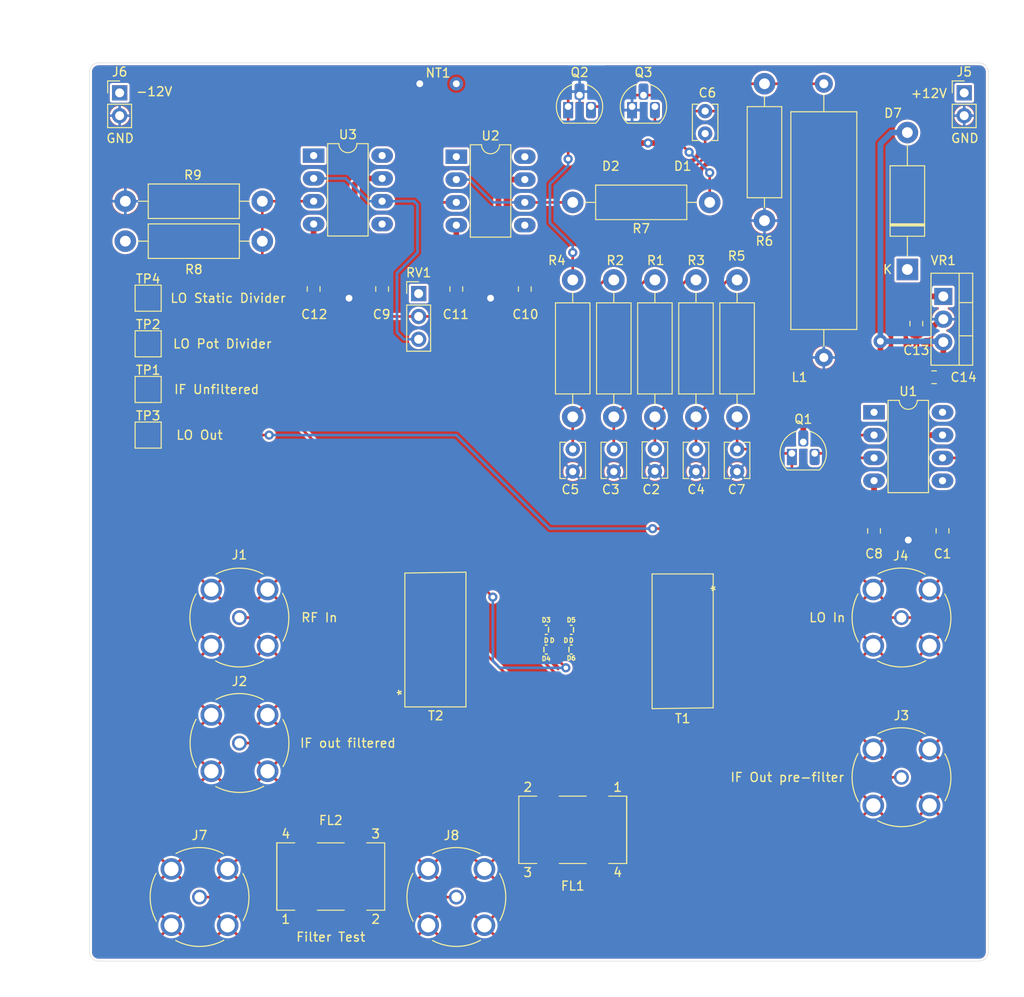
<source format=kicad_pcb>
(kicad_pcb (version 20171130) (host pcbnew "(5.1.9)-1")
  (layers (0 GNDA signal) (1 +12V signal) (2 -12V signal) (31 GND signal) (34 B.Paste user) (35 F.Paste user) (36 B.SilkS user) (37 F.SilkS user) (38 B.Mask user) (39 F.Mask user) (44 Edge.Cuts user))
  (net 0 "")
  (net 1 GND)
  (net 2 +12V)
  (net 3 "Net-(C2-Pad2)")
  (net 4 "Net-(C3-Pad2)")
  (net 5 "Net-(C4-Pad2)")
  (net 6 "Net-(C5-Pad2)")
  (net 7 "Net-(C6-Pad2)")
  (net 8 "Net-(C6-Pad1)")
  (net 9 "Net-(C7-Pad2)")
  (net 10 -12V)
  (net 11 "Net-(D3-Pad1)")
  (net 12 "Net-(D3-Pad2)")
  (net 13 "Net-(D4-Pad1)")
  (net 14 "Net-(D5-Pad2)")
  (net 15 GNDA)
  (net 16 "Net-(FL1-Pad2)")
  (net 17 /IF_UNFILT_OUT)
  (net 18 /RF_IN)
  (net 19 "Net-(J4-Pad1)")
  (net 20 "Net-(Q1-Pad3)")
  (net 21 +5V)
  (net 22 "Net-(Q2-Pad3)")
  (net 23 "Net-(R7-Pad2)")
  (net 24 "Net-(R8-Pad2)")
  (net 25 "Net-(RV1-Pad3)")
  (net 26 "Net-(RV1-Pad2)")
  (net 27 "Net-(T1-Pad2)")
  (net 28 "Net-(T2-Pad2)")
  (net 29 "Net-(U1-Pad8)")
  (net 30 "Net-(U1-Pad1)")
  (net 31 "Net-(U2-Pad8)")
  (net 32 "Net-(U2-Pad1)")
  (net 33 "Net-(U3-Pad8)")
  (net 34 "Net-(U3-Pad1)")
  (net 35 "Net-(U3-Pad5)")
  (net 36 "Net-(U1-Pad5)")
  (net 37 "Net-(U2-Pad5)")
  (net 38 "Net-(FL2-Pad2)")
  (net 39 "Net-(FL2-Pad1)")
  (module footprints:TE_5-1634503-1 (layer GNDA) (at 102.235 142.875)
    (fp_text reference J7 (at 0 -6.86609) (layer F.SilkS) (effects (font (size 1.016 1.016) (thickness 0.1524))))
    (fp_text value "Filter Test In")
    (pad 5 thru_hole circle (at -3.13 3.13) (size 2.4 2.4) (drill 1.6) (layers *.Cu *.Mask) (net 15 GNDA))
    (pad 4 thru_hole circle (at 3.13 3.13) (size 2.4 2.4) (drill 1.6) (layers *.Cu *.Mask) (net 15 GNDA))
    (pad 3 thru_hole circle (at 3.13 -3.13) (size 2.4 2.4) (drill 1.6) (layers *.Cu *.Mask) (net 15 GNDA))
    (pad 2 thru_hole circle (at -3.13 -3.13) (size 2.4 2.4) (drill 1.6) (layers *.Cu *.Mask) (net 15 GNDA))
    (pad 1 thru_hole circle (at 0 0) (size 1.65 1.65) (drill 1.1) (layers *.Cu *.Mask) (net 39 "Net-(FL2-Pad1)"))
  )
  (module footprints:TE_5-1634503-1 (layer GNDA) (at 130.81 142.875)
    (fp_text reference J8 (at -0.54063 -6.86609) (layer F.SilkS) (effects (font (size 1.016 1.016) (thickness 0.1524))))
    (fp_text value "Filter Test Out")
    (pad 5 thru_hole circle (at -3.13 3.13) (size 2.4 2.4) (drill 1.6) (layers *.Cu *.Mask) (net 15 GNDA))
    (pad 4 thru_hole circle (at 3.13 3.13) (size 2.4 2.4) (drill 1.6) (layers *.Cu *.Mask) (net 15 GNDA))
    (pad 3 thru_hole circle (at 3.13 -3.13) (size 2.4 2.4) (drill 1.6) (layers *.Cu *.Mask) (net 15 GNDA))
    (pad 2 thru_hole circle (at -3.13 -3.13) (size 2.4 2.4) (drill 1.6) (layers *.Cu *.Mask) (net 15 GNDA))
    (pad 1 thru_hole circle (at 0 0) (size 1.65 1.65) (drill 1.1) (layers *.Cu *.Mask) (net 38 "Net-(FL2-Pad2)"))
  )
  (module footprints:LTC455-W (layer GNDA) (at 116.84 140.335)
    (fp_text reference FL2 (at 0 -6) (layer F.SilkS))
    (fp_text value LTC455-W)
    (fp_text user 3 (at 5 -4.5) (layer F.SilkS))
    (fp_text user 4 (at -5 -4.5) (layer F.SilkS))
    (fp_text user 2 (at 5 5) (layer F.SilkS))
    (fp_text user 1 (at -5 5) (layer F.SilkS))
    (pad 4 smd rect (at -2.8 -3.5) (size 1.75 3) (layers GNDA F.Paste F.Mask) (net 15 GNDA))
    (pad 3 smd rect (at 2.7 -3.5) (size 1.75 3) (layers GNDA F.Paste F.Mask) (net 15 GNDA))
    (pad 2 smd rect (at 2.7 4) (size 1.75 3) (layers GNDA F.Paste F.Mask) (net 38 "Net-(FL2-Pad2)"))
    (pad 1 smd rect (at -2.8 4) (size 1.75 3) (layers GNDA F.Paste F.Mask) (net 39 "Net-(FL2-Pad1)"))
  )
  (module Package_TO_SOT_THT:TO-220-3_Vertical (layer GNDA) (at 185 76 270)
    (fp_text reference VR1 (at -4 0 180) (layer F.SilkS))
    (fp_text value L7805)
    (pad 3 thru_hole oval (at 5.08 0 270) (size 1.905 2) (drill 1.1) (layers *.Cu *.Mask) (net 21 +5V))
    (pad 2 thru_hole oval (at 2.54 0 270) (size 1.905 2) (drill 1.1) (layers *.Cu *.Mask) (net 1 GND))
    (pad 1 thru_hole rect (at 0 0 270) (size 1.905 2) (drill 1.1) (layers *.Cu *.Mask) (net 2 +12V))
  )
  (module Diode_THT:D_DO-15_P15.24mm_Horizontal (layer GNDA) (at 181 73 90)
    (fp_text reference D7 (at 17.4 -1.6 180) (layer F.SilkS))
    (fp_text value 1N4001)
    (fp_text user K (at 0 -2.2 180) (layer F.SilkS))
    (pad 2 thru_hole oval (at 15.24 0 90) (size 2.4 2.4) (drill 1.2) (layers *.Cu *.Mask) (net 21 +5V))
    (pad 1 thru_hole rect (at 0 0 90) (size 2.4 2.4) (drill 1.2) (layers *.Cu *.Mask) (net 2 +12V))
  )
  (module Capacitor_SMD:C_0805_2012Metric_Pad1.15x1.40mm_HandSolder (layer GNDA) (at 183.975 85 180)
    (fp_text reference C14 (at -3.275 0) (layer F.SilkS))
    (fp_text value 0.1uF)
    (pad 2 smd roundrect (at 1.025 0 180) (size 1.15 1.4) (layers GNDA F.Paste F.Mask) (roundrect_rratio 0.217391) (net 1 GND))
    (pad 1 smd roundrect (at -1.025 0 180) (size 1.15 1.4) (layers GNDA F.Paste F.Mask) (roundrect_rratio 0.217391) (net 21 +5V))
  )
  (module Capacitor_SMD:C_0805_2012Metric_Pad1.15x1.40mm_HandSolder (layer GNDA) (at 182 79.025 270)
    (fp_text reference C13 (at 2.975 0 180) (layer F.SilkS))
    (fp_text value 0.1uF)
    (pad 2 smd roundrect (at 1.025 0 270) (size 1.15 1.4) (layers GNDA F.Paste F.Mask) (roundrect_rratio 0.217391) (net 1 GND))
    (pad 1 smd roundrect (at -1.025 0 270) (size 1.15 1.4) (layers GNDA F.Paste F.Mask) (roundrect_rratio 0.217391) (net 2 +12V))
  )
  (module Connector_PinHeader_2.54mm:PinHeader_1x03_P2.54mm_Vertical (layer GNDA) (at 126.619 75.692)
    (fp_text reference RV1 (at 0 -2.33) (layer F.SilkS))
    (fp_text value 100k)
    (pad 3 thru_hole oval (at 0 5.08) (size 1.7 1.7) (drill 1) (layers *.Cu *.Mask) (net 25 "Net-(RV1-Pad3)"))
    (pad 2 thru_hole oval (at 0 2.54) (size 1.7 1.7) (drill 1) (layers *.Cu *.Mask) (net 26 "Net-(RV1-Pad2)"))
    (pad 1 thru_hole rect (at 0 0) (size 1.7 1.7) (drill 1) (layers *.Cu *.Mask) (net 10 -12V))
  )
  (module Connector_PinHeader_2.54mm:PinHeader_1x02_P2.54mm_Vertical (layer GNDA) (at 93.345 53.34)
    (fp_text reference J6 (at 0 -2.33) (layer F.SilkS))
    (fp_text value "-12V Input")
    (pad 2 thru_hole oval (at 0 2.54) (size 1.7 1.7) (drill 1) (layers *.Cu *.Mask) (net 1 GND))
    (pad 1 thru_hole rect (at 0 0) (size 1.7 1.7) (drill 1) (layers *.Cu *.Mask) (net 10 -12V))
  )
  (module Connector_PinHeader_2.54mm:PinHeader_1x02_P2.54mm_Vertical (layer GNDA) (at 187.325 53.34)
    (fp_text reference J5 (at 0 -2.33) (layer F.SilkS))
    (fp_text value "+12V Input")
    (pad 2 thru_hole oval (at 0 2.54) (size 1.7 1.7) (drill 1) (layers *.Cu *.Mask) (net 1 GND))
    (pad 1 thru_hole rect (at 0 0) (size 1.7 1.7) (drill 1) (layers *.Cu *.Mask) (net 2 +12V))
  )
  (module Package_DIP:DIP-8_W7.62mm_LongPads (layer GNDA) (at 114.935 60.325)
    (fp_text reference U3 (at 3.81 -2.33) (layer F.SilkS))
    (fp_text value AD711)
    (pad 8 thru_hole oval (at 7.62 0) (size 2.4 1.6) (drill 0.8) (layers *.Cu *.Mask) (net 33 "Net-(U3-Pad8)"))
    (pad 4 thru_hole oval (at 0 7.62) (size 2.4 1.6) (drill 0.8) (layers *.Cu *.Mask) (net 10 -12V))
    (pad 7 thru_hole oval (at 7.62 2.54) (size 2.4 1.6) (drill 0.8) (layers *.Cu *.Mask) (net 2 +12V))
    (pad 3 thru_hole oval (at 0 5.08) (size 2.4 1.6) (drill 0.8) (layers *.Cu *.Mask) (net 24 "Net-(R8-Pad2)"))
    (pad 6 thru_hole oval (at 7.62 5.08) (size 2.4 1.6) (drill 0.8) (layers *.Cu *.Mask) (net 25 "Net-(RV1-Pad3)"))
    (pad 2 thru_hole oval (at 0 2.54) (size 2.4 1.6) (drill 0.8) (layers *.Cu *.Mask) (net 25 "Net-(RV1-Pad3)"))
    (pad 5 thru_hole oval (at 7.62 7.62) (size 2.4 1.6) (drill 0.8) (layers *.Cu *.Mask) (net 35 "Net-(U3-Pad5)"))
    (pad 1 thru_hole rect (at 0 0) (size 2.4 1.6) (drill 0.8) (layers *.Cu *.Mask) (net 34 "Net-(U3-Pad1)"))
  )
  (module Package_DIP:DIP-8_W7.62mm_LongPads (layer GNDA) (at 130.81 60.452)
    (fp_text reference U2 (at 3.81 -2.33) (layer F.SilkS))
    (fp_text value AD711)
    (pad 8 thru_hole oval (at 7.62 0) (size 2.4 1.6) (drill 0.8) (layers *.Cu *.Mask) (net 31 "Net-(U2-Pad8)"))
    (pad 4 thru_hole oval (at 0 7.62) (size 2.4 1.6) (drill 0.8) (layers *.Cu *.Mask) (net 10 -12V))
    (pad 7 thru_hole oval (at 7.62 2.54) (size 2.4 1.6) (drill 0.8) (layers *.Cu *.Mask) (net 2 +12V))
    (pad 3 thru_hole oval (at 0 5.08) (size 2.4 1.6) (drill 0.8) (layers *.Cu *.Mask) (net 26 "Net-(RV1-Pad2)"))
    (pad 6 thru_hole oval (at 7.62 5.08) (size 2.4 1.6) (drill 0.8) (layers *.Cu *.Mask) (net 23 "Net-(R7-Pad2)"))
    (pad 2 thru_hole oval (at 0 2.54) (size 2.4 1.6) (drill 0.8) (layers *.Cu *.Mask) (net 23 "Net-(R7-Pad2)"))
    (pad 5 thru_hole oval (at 7.62 7.62) (size 2.4 1.6) (drill 0.8) (layers *.Cu *.Mask) (net 37 "Net-(U2-Pad5)"))
    (pad 1 thru_hole rect (at 0 0) (size 2.4 1.6) (drill 0.8) (layers *.Cu *.Mask) (net 32 "Net-(U2-Pad1)"))
  )
  (module Package_DIP:DIP-8_W7.62mm_LongPads (layer GNDA) (at 177.292 88.9)
    (fp_text reference U1 (at 3.81 -2.33) (layer F.SilkS))
    (fp_text value AD711)
    (pad 8 thru_hole oval (at 7.62 0) (size 2.4 1.6) (drill 0.8) (layers *.Cu *.Mask) (net 29 "Net-(U1-Pad8)"))
    (pad 4 thru_hole oval (at 0 7.62) (size 2.4 1.6) (drill 0.8) (layers *.Cu *.Mask) (net 10 -12V))
    (pad 7 thru_hole oval (at 7.62 2.54) (size 2.4 1.6) (drill 0.8) (layers *.Cu *.Mask) (net 2 +12V))
    (pad 3 thru_hole oval (at 0 5.08) (size 2.4 1.6) (drill 0.8) (layers *.Cu *.Mask) (net 9 "Net-(C7-Pad2)"))
    (pad 6 thru_hole oval (at 7.62 5.08) (size 2.4 1.6) (drill 0.8) (layers *.Cu *.Mask) (net 19 "Net-(J4-Pad1)"))
    (pad 2 thru_hole oval (at 0 2.54) (size 2.4 1.6) (drill 0.8) (layers *.Cu *.Mask) (net 20 "Net-(Q1-Pad3)"))
    (pad 5 thru_hole oval (at 7.62 7.62) (size 2.4 1.6) (drill 0.8) (layers *.Cu *.Mask) (net 36 "Net-(U1-Pad5)"))
    (pad 1 thru_hole rect (at 0 0) (size 2.4 1.6) (drill 0.8) (layers *.Cu *.Mask) (net 30 "Net-(U1-Pad1)"))
  )
  (module TestPoint:TestPoint_Pad_2.5x2.5mm (layer GNDA) (at 96.52 76.2)
    (fp_text reference TP4 (at 0 -2.148) (layer F.SilkS))
    (fp_text value TP_LO_Static_Divider)
    (pad 1 smd rect (at 0 0) (size 2.5 2.5) (layers GNDA F.Mask) (net 24 "Net-(R8-Pad2)"))
  )
  (module TestPoint:TestPoint_Pad_2.5x2.5mm (layer GNDA) (at 96.52 91.44)
    (fp_text reference TP3 (at 0 -2.148) (layer F.SilkS))
    (fp_text value TP_LO_Out)
    (pad 1 smd rect (at 0 0) (size 2.5 2.5) (layers GNDA F.Mask) (net 19 "Net-(J4-Pad1)"))
  )
  (module TestPoint:TestPoint_Pad_2.5x2.5mm (layer GNDA) (at 96.52 81.28)
    (fp_text reference TP2 (at 0 -2.148) (layer F.SilkS))
    (fp_text value TP_LO_Pot_Divider)
    (pad 1 smd rect (at 0 0) (size 2.5 2.5) (layers GNDA F.Mask) (net 26 "Net-(RV1-Pad2)"))
  )
  (module TestPoint:TestPoint_Pad_2.5x2.5mm (layer GNDA) (at 96.52 86.36)
    (fp_text reference TP1 (at 0 -2.148) (layer F.SilkS))
    (fp_text value TP_IF_Out)
    (pad 1 smd rect (at 0 0) (size 2.5 2.5) (layers GNDA F.Mask) (net 17 /IF_UNFILT_OUT))
  )
  (module footprints:SWB2010-1-SM (layer GNDA) (at 125.984 114.3 90)
    (fp_text reference T2 (at -8.382 2.54 180) (layer F.SilkS))
    (fp_text value SWB2010-1-SM)
    (fp_text user * (at -5.8 -1.2 90) (layer F.SilkS))
    (pad 5 smd rect (at 5.82 2.54 90) (size 2.6 0.75) (layers GNDA F.Paste F.Mask) (net 17 /IF_UNFILT_OUT))
    (pad 6 smd rect (at 5.82 5.08 90) (size 2.6 0.75) (layers GNDA F.Paste F.Mask) (net 13 "Net-(D4-Pad1)"))
    (pad 3 smd rect (at -5.825 5.08 90) (size 2.6 0.75) (layers GNDA F.Paste F.Mask) (net 15 GNDA))
    (pad 2 smd rect (at -5.825 2.54 90) (size 2.6 0.75) (layers GNDA F.Paste F.Mask) (net 28 "Net-(T2-Pad2)"))
    (pad 4 smd rect (at 5.825 0 90) (size 2.6 0.75) (layers GNDA F.Paste F.Mask) (net 12 "Net-(D3-Pad2)"))
    (pad 1 smd rect (at -5.825 0 90) (size 2.6 0.75) (layers GNDA F.Paste F.Mask) (net 18 /RF_IN))
  )
  (module footprints:SWB2010-1-SM (layer GNDA) (at 158.496 114.3 270)
    (fp_text reference T1 (at 8.7 2.496 180) (layer F.SilkS))
    (fp_text value SWB2010-1-SM)
    (fp_text user * (at -5.8 -1.2 90) (layer F.SilkS))
    (pad 5 smd rect (at 5.82 2.54 270) (size 2.6 0.75) (layers GNDA F.Paste F.Mask) (net 15 GNDA))
    (pad 6 smd rect (at 5.82 5.08 270) (size 2.6 0.75) (layers GNDA F.Paste F.Mask) (net 14 "Net-(D5-Pad2)"))
    (pad 3 smd rect (at -5.825 5.08 270) (size 2.6 0.75) (layers GNDA F.Paste F.Mask) (net 15 GNDA))
    (pad 2 smd rect (at -5.825 2.54 270) (size 2.6 0.75) (layers GNDA F.Paste F.Mask) (net 27 "Net-(T1-Pad2)"))
    (pad 4 smd rect (at 5.825 0 270) (size 2.6 0.75) (layers GNDA F.Paste F.Mask) (net 11 "Net-(D3-Pad1)"))
    (pad 1 smd rect (at -5.825 0 270) (size 2.6 0.75) (layers GNDA F.Paste F.Mask) (net 19 "Net-(J4-Pad1)"))
  )
  (module Resistor_THT:R_Axial_DIN0411_L9.9mm_D3.6mm_P15.24mm_Horizontal (layer GNDA) (at 109.22 65.405 180)
    (fp_text reference R9 (at 7.72 2.905) (layer F.SilkS))
    (fp_text value 3.4k)
    (pad 2 thru_hole oval (at 15.24 0 180) (size 2.4 2.4) (drill 1.2) (layers *.Cu *.Mask) (net 1 GND))
    (pad 1 thru_hole circle (at 0 0 180) (size 2.4 2.4) (drill 1.2) (layers *.Cu *.Mask) (net 24 "Net-(R8-Pad2)"))
  )
  (module Resistor_THT:R_Axial_DIN0411_L9.9mm_D3.6mm_P15.24mm_Horizontal (layer GNDA) (at 93.98 69.85)
    (fp_text reference R8 (at 7.62 3.15) (layer F.SilkS))
    (fp_text value 10.2k)
    (pad 2 thru_hole oval (at 15.24 0) (size 2.4 2.4) (drill 1.2) (layers *.Cu *.Mask) (net 24 "Net-(R8-Pad2)"))
    (pad 1 thru_hole circle (at 0 0) (size 2.4 2.4) (drill 1.2) (layers *.Cu *.Mask) (net 10 -12V))
  )
  (module Resistor_THT:R_Axial_DIN0411_L9.9mm_D3.6mm_P15.24mm_Horizontal (layer GNDA) (at 159.004 65.532 180)
    (fp_text reference R7 (at 7.62 -2.92) (layer F.SilkS))
    (fp_text value 2.2K)
    (pad 2 thru_hole oval (at 15.24 0 180) (size 2.4 2.4) (drill 1.2) (layers *.Cu *.Mask) (net 23 "Net-(R7-Pad2)"))
    (pad 1 thru_hole circle (at 0 0 180) (size 2.4 2.4) (drill 1.2) (layers *.Cu *.Mask) (net 22 "Net-(Q2-Pad3)"))
  )
  (module Resistor_THT:R_Axial_DIN0411_L9.9mm_D3.6mm_P15.24mm_Horizontal (layer GNDA) (at 165.1 52.324 270)
    (fp_text reference R6 (at 17.526 0 180) (layer F.SilkS))
    (fp_text value 4.7K)
    (pad 2 thru_hole oval (at 15.24 0 270) (size 2.4 2.4) (drill 1.2) (layers *.Cu *.Mask) (net 1 GND))
    (pad 1 thru_hole circle (at 0 0 270) (size 2.4 2.4) (drill 1.2) (layers *.Cu *.Mask) (net 8 "Net-(C6-Pad1)"))
  )
  (module Resistor_THT:R_Axial_DIN0411_L9.9mm_D3.6mm_P15.24mm_Horizontal (layer GNDA) (at 162.052 89.408 90)
    (fp_text reference R5 (at 17.908 -0.052 180) (layer F.SilkS))
    (fp_text value 4.7K)
    (pad 2 thru_hole oval (at 15.24 0 90) (size 2.4 2.4) (drill 1.2) (layers *.Cu *.Mask) (net 5 "Net-(C4-Pad2)"))
    (pad 1 thru_hole circle (at 0 0 90) (size 2.4 2.4) (drill 1.2) (layers *.Cu *.Mask) (net 9 "Net-(C7-Pad2)"))
  )
  (module Resistor_THT:R_Axial_DIN0411_L9.9mm_D3.6mm_P15.24mm_Horizontal (layer GNDA) (at 143.764 89.408 90)
    (fp_text reference R4 (at 17.408 -1.764 180) (layer F.SilkS))
    (fp_text value 4.7K)
    (pad 2 thru_hole oval (at 15.24 0 90) (size 2.4 2.4) (drill 1.2) (layers *.Cu *.Mask) (net 8 "Net-(C6-Pad1)"))
    (pad 1 thru_hole circle (at 0 0 90) (size 2.4 2.4) (drill 1.2) (layers *.Cu *.Mask) (net 6 "Net-(C5-Pad2)"))
  )
  (module Resistor_THT:R_Axial_DIN0411_L9.9mm_D3.6mm_P15.24mm_Horizontal (layer GNDA) (at 157.48 89.408 90)
    (fp_text reference R3 (at 17.408 0.02 180) (layer F.SilkS))
    (fp_text value 4.7K)
    (pad 2 thru_hole oval (at 15.24 0 90) (size 2.4 2.4) (drill 1.2) (layers *.Cu *.Mask) (net 3 "Net-(C2-Pad2)"))
    (pad 1 thru_hole circle (at 0 0 90) (size 2.4 2.4) (drill 1.2) (layers *.Cu *.Mask) (net 5 "Net-(C4-Pad2)"))
  )
  (module Resistor_THT:R_Axial_DIN0411_L9.9mm_D3.6mm_P15.24mm_Horizontal (layer GNDA) (at 148.336 89.408 90)
    (fp_text reference R2 (at 17.408 0.164 180) (layer F.SilkS))
    (fp_text value 4.7K)
    (pad 2 thru_hole oval (at 15.24 0 90) (size 2.4 2.4) (drill 1.2) (layers *.Cu *.Mask) (net 6 "Net-(C5-Pad2)"))
    (pad 1 thru_hole circle (at 0 0 90) (size 2.4 2.4) (drill 1.2) (layers *.Cu *.Mask) (net 4 "Net-(C3-Pad2)"))
  )
  (module Resistor_THT:R_Axial_DIN0411_L9.9mm_D3.6mm_P15.24mm_Horizontal (layer GNDA) (at 152.908 89.408 90)
    (fp_text reference R1 (at 17.408 0.092 180) (layer F.SilkS))
    (fp_text value 4.7K)
    (pad 2 thru_hole oval (at 15.24 0 90) (size 2.4 2.4) (drill 1.2) (layers *.Cu *.Mask) (net 4 "Net-(C3-Pad2)"))
    (pad 1 thru_hole circle (at 0 0 90) (size 2.4 2.4) (drill 1.2) (layers *.Cu *.Mask) (net 3 "Net-(C2-Pad2)"))
  )
  (module Package_TO_SOT_THT:TO-92L_HandSolder (layer GNDA) (at 150.368 54.864)
    (fp_text reference Q3 (at 1.27 -3.8) (layer F.SilkS))
    (fp_text value 2N2222)
    (pad 1 thru_hole rect (at 0 0) (size 1.1 1.8) (drill 0.75 (offset 0 0.4)) (layers *.Cu *.Mask) (net 1 GND))
    (pad 3 thru_hole roundrect (at 2.54 0) (size 1.1 1.8) (drill 0.75 (offset 0 0.4)) (layers *.Cu *.Mask) (net 22 "Net-(Q2-Pad3)"))
    (pad 2 thru_hole roundrect (at 1.27 -1.27) (size 1.1 1.8) (drill 0.75 (offset 0 -0.4)) (layers *.Cu *.Mask) (net 8 "Net-(C6-Pad1)"))
  )
  (module Package_TO_SOT_THT:TO-92L_HandSolder (layer GNDA) (at 143.256 54.864)
    (fp_text reference Q2 (at 1.27 -3.8) (layer F.SilkS))
    (fp_text value 2N2222)
    (pad 1 thru_hole rect (at 0 0) (size 1.1 1.8) (drill 0.75 (offset 0 0.4)) (layers *.Cu *.Mask) (net 8 "Net-(C6-Pad1)"))
    (pad 3 thru_hole roundrect (at 2.54 0) (size 1.1 1.8) (drill 0.75 (offset 0 0.4)) (layers *.Cu *.Mask) (net 22 "Net-(Q2-Pad3)"))
    (pad 2 thru_hole roundrect (at 1.27 -1.27) (size 1.1 1.8) (drill 0.75 (offset 0 -0.4)) (layers *.Cu *.Mask) (net 1 GND))
  )
  (module Package_TO_SOT_THT:TO-92L_HandSolder (layer GNDA) (at 168.148 93.472)
    (fp_text reference Q1 (at 1.27 -3.8) (layer F.SilkS))
    (fp_text value 2N2222)
    (pad 1 thru_hole rect (at 0 0) (size 1.1 1.8) (drill 0.75 (offset 0 0.4)) (layers *.Cu *.Mask) (net 9 "Net-(C7-Pad2)"))
    (pad 3 thru_hole roundrect (at 2.54 0) (size 1.1 1.8) (drill 0.75 (offset 0 0.4)) (layers *.Cu *.Mask) (net 20 "Net-(Q1-Pad3)"))
    (pad 2 thru_hole roundrect (at 1.27 -1.27) (size 1.1 1.8) (drill 0.75 (offset 0 -0.4)) (layers *.Cu *.Mask) (net 21 +5V))
  )
  (module NetTie:NetTie-2_SMD_Pad0.5mm (layer GNDA) (at 128.778 52.324)
    (fp_text reference NT1 (at 0 -1.2) (layer F.SilkS))
    (fp_text value Net-Tie_2)
    (fp_poly (pts (xy -0.5 -0.25) (xy 0.5 -0.25) (xy 0.5 0.25) (xy -0.5 0.25)) (layer GNDA) (width 0))
    (pad 2 smd circle (at 0.5 0) (size 0.5 0.5) (layers GNDA) (net 15 GNDA))
    (pad 1 smd circle (at -0.5 0) (size 0.5 0.5) (layers GNDA) (net 1 GND))
  )
  (module Inductor_THT:L_Axial_L24.0mm_D7.1mm_P30.48mm_Horizontal_Vishay_IM-10-28 (layer GNDA) (at 171.704 52.324 270)
    (fp_text reference L1 (at 32.676 2.704 180) (layer F.SilkS))
    (fp_text value 24uH)
    (pad 2 thru_hole oval (at 30.48 0 270) (size 2 2) (drill 1) (layers *.Cu *.Mask) (net 1 GND))
    (pad 1 thru_hole circle (at 0 0 270) (size 2 2) (drill 1) (layers *.Cu *.Mask) (net 8 "Net-(C6-Pad1)"))
  )
  (module footprints:TE_5-1634503-1 (layer GNDA) (at 180.34 111.76)
    (fp_text reference J4 (at -0.07 -6.86609) (layer F.SilkS))
    (fp_text value LO_IN)
    (pad 5 thru_hole circle (at -3.13 3.13) (size 2.4 2.4) (drill 1.6) (layers *.Cu *.Mask) (net 15 GNDA))
    (pad 4 thru_hole circle (at 3.13 3.13) (size 2.4 2.4) (drill 1.6) (layers *.Cu *.Mask) (net 15 GNDA))
    (pad 3 thru_hole circle (at 3.13 -3.13) (size 2.4 2.4) (drill 1.6) (layers *.Cu *.Mask) (net 15 GNDA))
    (pad 2 thru_hole circle (at -3.13 -3.13) (size 2.4 2.4) (drill 1.6) (layers *.Cu *.Mask) (net 15 GNDA))
    (pad 1 thru_hole circle (at 0 0) (size 1.65 1.65) (drill 1.1) (layers *.Cu *.Mask) (net 19 "Net-(J4-Pad1)"))
  )
  (module footprints:TE_5-1634503-1 (layer GNDA) (at 180.34 129.54)
    (fp_text reference J3 (at 0 -6.86609) (layer F.SilkS) (effects (font (thickness 0.1524))))
    (fp_text value IF_PREFILT_OUT)
    (pad 5 thru_hole circle (at -3.13 3.13) (size 2.4 2.4) (drill 1.6) (layers *.Cu *.Mask) (net 15 GNDA))
    (pad 4 thru_hole circle (at 3.13 3.13) (size 2.4 2.4) (drill 1.6) (layers *.Cu *.Mask) (net 15 GNDA))
    (pad 3 thru_hole circle (at 3.13 -3.13) (size 2.4 2.4) (drill 1.6) (layers *.Cu *.Mask) (net 15 GNDA))
    (pad 2 thru_hole circle (at -3.13 -3.13) (size 2.4 2.4) (drill 1.6) (layers *.Cu *.Mask) (net 15 GNDA))
    (pad 1 thru_hole circle (at 0 0) (size 1.65 1.65) (drill 1.1) (layers *.Cu *.Mask) (net 17 /IF_UNFILT_OUT))
  )
  (module footprints:TE_5-1634503-1 (layer GNDA) (at 106.68 125.73)
    (fp_text reference J2 (at 0 -6.86609) (layer F.SilkS))
    (fp_text value IF_FILT_OUT)
    (pad 5 thru_hole circle (at -3.13 3.13) (size 2.4 2.4) (drill 1.6) (layers *.Cu *.Mask) (net 15 GNDA))
    (pad 4 thru_hole circle (at 3.13 3.13) (size 2.4 2.4) (drill 1.6) (layers *.Cu *.Mask) (net 15 GNDA))
    (pad 3 thru_hole circle (at 3.13 -3.13) (size 2.4 2.4) (drill 1.6) (layers *.Cu *.Mask) (net 15 GNDA))
    (pad 2 thru_hole circle (at -3.13 -3.13) (size 2.4 2.4) (drill 1.6) (layers *.Cu *.Mask) (net 15 GNDA))
    (pad 1 thru_hole circle (at 0 0) (size 1.65 1.65) (drill 1.1) (layers *.Cu *.Mask) (net 16 "Net-(FL1-Pad2)"))
  )
  (module footprints:TE_5-1634503-1 (layer GNDA) (at 106.68 111.76 90)
    (fp_text reference J1 (at 6.985 0 180) (layer F.SilkS))
    (fp_text value RF_IN)
    (pad 5 thru_hole circle (at -3.13 3.13 90) (size 2.4 2.4) (drill 1.6) (layers *.Cu *.Mask) (net 15 GNDA))
    (pad 4 thru_hole circle (at 3.13 3.13 90) (size 2.4 2.4) (drill 1.6) (layers *.Cu *.Mask) (net 15 GNDA))
    (pad 3 thru_hole circle (at 3.13 -3.13 90) (size 2.4 2.4) (drill 1.6) (layers *.Cu *.Mask) (net 15 GNDA))
    (pad 2 thru_hole circle (at -3.13 -3.13 90) (size 2.4 2.4) (drill 1.6) (layers *.Cu *.Mask) (net 15 GNDA))
    (pad 1 thru_hole circle (at 0 0 90) (size 1.65 1.65) (drill 1.1) (layers *.Cu *.Mask) (net 18 /RF_IN))
  )
  (module footprints:LTC455-W (layer GNDA) (at 143.764 135.636 180)
    (fp_text reference FL1 (at 0 -6) (layer F.SilkS))
    (fp_text value LTC455-W)
    (fp_text user 3 (at 5 -4.5) (layer F.SilkS))
    (fp_text user 4 (at -5 -4.5) (layer F.SilkS))
    (fp_text user 2 (at 5 5) (layer F.SilkS))
    (fp_text user 1 (at -5 5) (layer F.SilkS))
    (pad 4 smd rect (at -2.8 -3.5 180) (size 1.75 3) (layers GNDA F.Paste F.Mask) (net 15 GNDA))
    (pad 3 smd rect (at 2.7 -3.5 180) (size 1.75 3) (layers GNDA F.Paste F.Mask) (net 15 GNDA))
    (pad 2 smd rect (at 2.7 4 180) (size 1.75 3) (layers GNDA F.Paste F.Mask) (net 16 "Net-(FL1-Pad2)"))
    (pad 1 smd rect (at -2.8 4 180) (size 1.75 3) (layers GNDA F.Paste F.Mask) (net 17 /IF_UNFILT_OUT))
  )
  (module footprints:_SC79 (layer GNDA) (at 143.597 115.316 180)
    (fp_text reference D6 (at 0 -0.958) (layer F.SilkS) (effects (font (size 0.5 0.5) (thickness 0.125))))
    (fp_text value D (at 0.595 1.016) (layer F.SilkS) (effects (font (size 0.5 0.5) (thickness 0.125))))
    (pad 1 smd rect (at -0.675 0 180) (size 0.35 0.35) (layers GNDA F.Paste F.Mask) (net 14 "Net-(D5-Pad2)"))
    (pad 2 smd rect (at 0.675 0 180) (size 0.35 0.35) (layers GNDA F.Paste F.Mask) (net 13 "Net-(D4-Pad1)"))
  )
  (module footprints:_SC79 (layer GNDA) (at 143.597 113.123)
    (fp_text reference D5 (at 0 -1.094) (layer F.SilkS) (effects (font (size 0.5 0.5) (thickness 0.125))))
    (fp_text value D (at 0 1.177) (layer F.SilkS) (effects (font (size 0.5 0.5) (thickness 0.125))))
    (pad 1 smd rect (at -0.675 0) (size 0.35 0.35) (layers GNDA F.Paste F.Mask) (net 12 "Net-(D3-Pad2)"))
    (pad 2 smd rect (at 0.675 0) (size 0.35 0.35) (layers GNDA F.Paste F.Mask) (net 14 "Net-(D5-Pad2)"))
  )
  (module footprints:_SC79 (layer GNDA) (at 140.813999 115.316 180)
    (fp_text reference D4 (at 0 -1.016) (layer F.SilkS) (effects (font (size 0.5 0.5) (thickness 0.125))))
    (fp_text value D (at 0 1.016) (layer F.SilkS) (effects (font (size 0.5 0.5) (thickness 0.125))))
    (pad 1 smd rect (at -0.675 0 180) (size 0.35 0.35) (layers GNDA F.Paste F.Mask) (net 13 "Net-(D4-Pad1)"))
    (pad 2 smd rect (at 0.675 0 180) (size 0.35 0.35) (layers GNDA F.Paste F.Mask) (net 11 "Net-(D3-Pad1)"))
  )
  (module footprints:_SC79 (layer GNDA) (at 140.813999 113.123)
    (fp_text reference D3 (at 0 -1.094) (layer F.SilkS) (effects (font (size 0.5 0.5) (thickness 0.125))))
    (fp_text value D (at 0.664001 1.177) (layer F.SilkS) (effects (font (size 0.5 0.5) (thickness 0.125))))
    (pad 1 smd rect (at -0.675 0) (size 0.35 0.35) (layers GNDA F.Paste F.Mask) (net 11 "Net-(D3-Pad1)"))
    (pad 2 smd rect (at 0.675 0) (size 0.35 0.35) (layers GNDA F.Paste F.Mask) (net 12 "Net-(D3-Pad2)"))
  )
  (module Capacitor_SMD:C_0402_1005Metric (layer GNDA) (at 149.86 60.96 270)
    (fp_text reference D2 (at 0.54 1.86 180) (layer F.SilkS))
    (fp_text value MV2201)
    (pad 2 smd roundrect (at 0.485 0 270) (size 0.59 0.64) (layers GNDA F.Paste F.Mask) (net 7 "Net-(C6-Pad2)"))
    (pad 1 smd roundrect (at -0.485 0 270) (size 0.59 0.64) (layers GNDA F.Paste F.Mask) (net 2 +12V))
  )
  (module Capacitor_SMD:C_0402_1005Metric (layer GNDA) (at 154.432 60.96 270)
    (fp_text reference D1 (at 0.54 -1.568 180) (layer F.SilkS))
    (fp_text value MV2201)
    (pad 2 smd roundrect (at 0.485 0 270) (size 0.59 0.64) (layers GNDA F.Paste F.Mask) (net 7 "Net-(C6-Pad2)"))
    (pad 1 smd roundrect (at -0.485 0 270) (size 0.59 0.64) (layers GNDA F.Paste F.Mask) (net 2 +12V))
  )
  (module Capacitor_SMD:C_0805_2012Metric_Pad1.15x1.40mm_HandSolder (layer GNDA) (at 114.935 75.175 270)
    (fp_text reference C12 (at 2.825 -0.065 180) (layer F.SilkS))
    (fp_text value 0.1uF)
    (pad 2 smd roundrect (at 1.025 0 270) (size 1.15 1.4) (layers GNDA F.Paste F.Mask) (roundrect_rratio 0.217391) (net 1 GND))
    (pad 1 smd roundrect (at -1.025 0 270) (size 1.15 1.4) (layers GNDA F.Paste F.Mask) (roundrect_rratio 0.217391) (net 10 -12V))
  )
  (module Capacitor_SMD:C_0805_2012Metric_Pad1.15x1.40mm_HandSolder (layer GNDA) (at 130.81 75.175 270)
    (fp_text reference C11 (at 2.825 0.06 180) (layer F.SilkS))
    (fp_text value 0.1uF)
    (pad 2 smd roundrect (at 1.025 0 270) (size 1.15 1.4) (layers GNDA F.Paste F.Mask) (roundrect_rratio 0.217391) (net 1 GND))
    (pad 1 smd roundrect (at -1.025 0 270) (size 1.15 1.4) (layers GNDA F.Paste F.Mask) (roundrect_rratio 0.217391) (net 10 -12V))
  )
  (module Capacitor_SMD:C_0805_2012Metric_Pad1.15x1.40mm_HandSolder (layer GNDA) (at 138.43 75.175 270)
    (fp_text reference C10 (at 2.825 -0.07 180) (layer F.SilkS))
    (fp_text value 0.1uF)
    (pad 2 smd roundrect (at 1.025 0 270) (size 1.15 1.4) (layers GNDA F.Paste F.Mask) (roundrect_rratio 0.217391) (net 1 GND))
    (pad 1 smd roundrect (at -1.025 0 270) (size 1.15 1.4) (layers GNDA F.Paste F.Mask) (roundrect_rratio 0.217391) (net 2 +12V))
  )
  (module Capacitor_SMD:C_0805_2012Metric_Pad1.15x1.40mm_HandSolder (layer GNDA) (at 122.555 75.175 270)
    (fp_text reference C9 (at 2.825 0.055 180) (layer F.SilkS))
    (fp_text value 0.1uF)
    (pad 2 smd roundrect (at 1.025 0 270) (size 1.15 1.4) (layers GNDA F.Paste F.Mask) (roundrect_rratio 0.217391) (net 1 GND))
    (pad 1 smd roundrect (at -1.025 0 270) (size 1.15 1.4) (layers GNDA F.Paste F.Mask) (roundrect_rratio 0.217391) (net 2 +12V))
  )
  (module Capacitor_SMD:C_0805_2012Metric_Pad1.15x1.40mm_HandSolder (layer GNDA) (at 177.292 102.108 270)
    (fp_text reference C8 (at 2.54 0 180) (layer F.SilkS))
    (fp_text value 0.1uF)
    (pad 2 smd roundrect (at 1.025 0 270) (size 1.15 1.4) (layers GNDA F.Paste F.Mask) (roundrect_rratio 0.217391) (net 1 GND))
    (pad 1 smd roundrect (at -1.025 0 270) (size 1.15 1.4) (layers GNDA F.Paste F.Mask) (roundrect_rratio 0.217391) (net 10 -12V))
  )
  (module Capacitor_THT:C_Disc_D3.8mm_W2.6mm_P2.50mm (layer GNDA) (at 162.052 95.504 90)
    (fp_text reference C7 (at -1.996 -0.052 180) (layer F.SilkS))
    (fp_text value 10pF)
    (pad 2 thru_hole circle (at 2.5 0 90) (size 1.6 1.6) (drill 0.8) (layers *.Cu *.Mask) (net 9 "Net-(C7-Pad2)"))
    (pad 1 thru_hole circle (at 0 0 90) (size 1.6 1.6) (drill 0.8) (layers *.Cu *.Mask) (net 1 GND))
  )
  (module Capacitor_THT:C_Disc_D3.8mm_W2.6mm_P2.50mm (layer GNDA) (at 158.496 55.372 270)
    (fp_text reference C6 (at -2.032 -0.254 180) (layer F.SilkS))
    (fp_text value 1nF)
    (pad 2 thru_hole circle (at 2.5 0 270) (size 1.6 1.6) (drill 0.8) (layers *.Cu *.Mask) (net 7 "Net-(C6-Pad2)"))
    (pad 1 thru_hole circle (at 0 0 270) (size 1.6 1.6) (drill 0.8) (layers *.Cu *.Mask) (net 8 "Net-(C6-Pad1)"))
  )
  (module Capacitor_THT:C_Disc_D3.8mm_W2.6mm_P2.50mm (layer GNDA) (at 143.764 95.504 90)
    (fp_text reference C5 (at -1.996 -0.264 180) (layer F.SilkS))
    (fp_text value 10pF)
    (pad 2 thru_hole circle (at 2.5 0 90) (size 1.6 1.6) (drill 0.8) (layers *.Cu *.Mask) (net 6 "Net-(C5-Pad2)"))
    (pad 1 thru_hole circle (at 0 0 90) (size 1.6 1.6) (drill 0.8) (layers *.Cu *.Mask) (net 1 GND))
  )
  (module Capacitor_THT:C_Disc_D3.8mm_W2.6mm_P2.50mm (layer GNDA) (at 157.48 95.504 90)
    (fp_text reference C4 (at -1.996 0.02 180) (layer F.SilkS))
    (fp_text value 10pF)
    (pad 2 thru_hole circle (at 2.5 0 90) (size 1.6 1.6) (drill 0.8) (layers *.Cu *.Mask) (net 5 "Net-(C4-Pad2)"))
    (pad 1 thru_hole circle (at 0 0 90) (size 1.6 1.6) (drill 0.8) (layers *.Cu *.Mask) (net 1 GND))
  )
  (module Capacitor_THT:C_Disc_D3.8mm_W2.6mm_P2.50mm (layer GNDA) (at 148.336 95.504 90)
    (fp_text reference C3 (at -1.996 -0.336 180) (layer F.SilkS))
    (fp_text value 10pF)
    (pad 2 thru_hole circle (at 2.5 0 90) (size 1.6 1.6) (drill 0.8) (layers *.Cu *.Mask) (net 4 "Net-(C3-Pad2)"))
    (pad 1 thru_hole circle (at 0 0 90) (size 1.6 1.6) (drill 0.8) (layers *.Cu *.Mask) (net 1 GND))
  )
  (module Capacitor_THT:C_Disc_D3.8mm_W2.6mm_P2.50mm (layer GNDA) (at 152.908 95.464 90)
    (fp_text reference C2 (at -2.036 -0.408 180) (layer F.SilkS))
    (fp_text value 10pF)
    (pad 2 thru_hole circle (at 2.5 0 90) (size 1.6 1.6) (drill 0.8) (layers *.Cu *.Mask) (net 3 "Net-(C2-Pad2)"))
    (pad 1 thru_hole circle (at 0 0 90) (size 1.6 1.6) (drill 0.8) (layers *.Cu *.Mask) (net 1 GND))
  )
  (module Capacitor_SMD:C_0805_2012Metric_Pad1.15x1.40mm_HandSolder (layer GNDA) (at 184.912 102.099 270)
    (fp_text reference C1 (at 2.549 0 180) (layer F.SilkS))
    (fp_text value 0.1uF)
    (pad 2 smd roundrect (at 1.025 0 270) (size 1.15 1.4) (layers GNDA F.Paste F.Mask) (roundrect_rratio 0.217391) (net 1 GND))
    (pad 1 smd roundrect (at -1.025 0 270) (size 1.15 1.4) (layers GNDA F.Paste F.Mask) (roundrect_rratio 0.217391) (net 2 +12V))
  )
  (gr_text "Filter Test" (at 116.84 147.32) (layer F.SilkS) (effects (font (size 1 1))))
  (gr_text "RF In" (at 115.57 111.76) (layer F.SilkS) (effects (font (size 1 1))))
  (gr_text "IF out filtered" (at 118.745 125.73) (layer F.SilkS) (effects (font (size 1 1))))
  (gr_text "IF Out pre-filter" (at 167.64 129.54) (layer F.SilkS) (effects (font (size 1 1))))
  (gr_text "LO In" (at 172.085 111.76) (layer F.SilkS) (effects (font (size 1 1))))
  (gr_text "LO Out" (at 102.235 91.44) (layer F.SilkS) (effects (font (size 1 1))))
  (gr_text "IF Unfiltered" (at 104.14 86.36) (layer F.SilkS) (effects (font (size 1 1))))
  (gr_text "LO Pot Divider" (at 104.775 81.28) (layer F.SilkS) (effects (font (size 1 1))))
  (gr_text "LO Static Divider" (at 105.41 76.2) (layer F.SilkS) (effects (font (size 1 1))))
  (gr_text -12V (at 97.2 53.2) (layer F.SilkS) (effects (font (size 1 1))))
  (gr_text GND (at 93.4 58.4) (layer F.SilkS) (effects (font (size 1 1))))
  (gr_text GND (at 187.4 58.4) (layer F.SilkS) (effects (font (size 1 1))))
  (gr_text +12V (at 183.4 53.4) (layer F.SilkS) (effects (font (size 1 1))))
  (gr_arc (start 189 51) (end 190 51) (angle -90) (layer Edge.Cuts) (width 0.05))
  (gr_arc (start 189 149) (end 189 150) (angle -90) (layer Edge.Cuts) (width 0.05))
  (gr_arc (start 91 149) (end 90 149) (angle -90) (layer Edge.Cuts) (width 0.05))
  (gr_arc (start 91 51) (end 91 50) (angle -90) (layer Edge.Cuts) (width 0.05))
  (gr_line (start 90 149) (end 90 51) (layer Edge.Cuts) (width 0.05))
  (gr_line (start 189 150) (end 91 150) (layer Edge.Cuts) (width 0.05))
  (gr_line (start 190 51) (end 190 149) (layer Edge.Cuts) (width 0.05))
  (gr_line (start 91 50) (end 189 50) (layer Edge.Cuts) (width 0.05))
  (segment (start 114.935 76.2) (end 118.872 76.2) (width 0.635) (layer GNDA) (net 1))
  (segment (start 130.81 76.2) (end 134.62 76.2) (width 0.635) (layer GNDA) (net 1))
  (segment (start 134.62 76.2) (end 138.43 76.2) (width 0.635) (layer GNDA) (net 1))
  (via (at 134.62 76.2) (size 1.524) (drill 0.762) (layers GNDA GND) (net 1))
  (segment (start 118.872 76.2) (end 122.555 76.2) (width 0.635) (layer GNDA) (net 1))
  (via (at 118.872 76.2) (size 1.524) (drill 0.762) (layers GNDA GND) (net 1))
  (segment (start 177.301 103.124) (end 177.292 103.133) (width 0.635) (layer GNDA) (net 1))
  (segment (start 184.912 103.124) (end 181.102 103.124) (width 0.635) (layer GNDA) (net 1))
  (segment (start 181.102 103.124) (end 177.301 103.124) (width 0.635) (layer GNDA) (net 1))
  (via (at 181.102 103.124) (size 1.524) (drill 0.762) (layers GNDA GND) (net 1))
  (segment (start 128.278 52.324) (end 126.746 52.324) (width 0.635) (layer GNDA) (net 1))
  (via (at 126.746 52.324) (size 1.524) (drill 0.762) (layers GNDA GND) (net 1))
  (segment (start 182.95 85) (end 182.95 82.7) (width 0.635) (layer GNDA) (net 1))
  (segment (start 182 81.75) (end 182 80.05) (width 0.635) (layer GNDA) (net 1))
  (segment (start 182.95 82.7) (end 182 81.75) (width 0.635) (layer GNDA) (net 1))
  (segment (start 184.71 78.54) (end 185 78.54) (width 0.635) (layer GNDA) (net 1))
  (segment (start 182 80.05) (end 183.2 80.05) (width 0.635) (layer GNDA) (net 1))
  (segment (start 183.2 80.05) (end 184.71 78.54) (width 0.635) (layer GNDA) (net 1))
  (segment (start 154.432 60.475) (end 154.432 59.436) (width 0.635) (layer GNDA) (net 2))
  (segment (start 154.432 59.436) (end 153.924 58.928) (width 0.635) (layer GNDA) (net 2))
  (segment (start 153.924 58.928) (end 152.146 58.928) (width 0.635) (layer GNDA) (net 2))
  (segment (start 150.368 58.928) (end 149.86 59.436) (width 0.635) (layer GNDA) (net 2))
  (segment (start 149.86 59.436) (end 149.86 60.475) (width 0.635) (layer GNDA) (net 2))
  (segment (start 152.146 58.928) (end 150.368 58.928) (width 0.635) (layer GNDA) (net 2))
  (via (at 152.146 58.928) (size 1.016) (drill 0.508) (layers GNDA GND) (net 2))
  (segment (start 182 78) (end 182 77.425) (width 0.635) (layer GNDA) (net 2))
  (segment (start 182.5 76) (end 182 76.5) (width 0.635) (layer GNDA) (net 2))
  (segment (start 182 77.425) (end 182 76.5) (width 0.635) (layer GNDA) (net 2))
  (segment (start 185 76) (end 182.5 76) (width 0.635) (layer GNDA) (net 2))
  (segment (start 184.912 101.074) (end 184.912 99.912) (width 0.635) (layer GNDA) (net 2))
  (segment (start 184.912 99.912) (end 182.5 97.5) (width 0.635) (layer GNDA) (net 2))
  (segment (start 182.5 97.5) (end 182.5 92) (width 0.635) (layer GNDA) (net 2))
  (segment (start 183.052289 91.447711) (end 182.5 92) (width 0.635) (layer GNDA) (net 2))
  (segment (start 183.052289 91.447711) (end 184.912 91.44) (width 0.635) (layer GNDA) (net 2))
  (segment (start 138.43 74.15) (end 138.43 73.43) (width 0.635) (layer GNDA) (net 2))
  (segment (start 138.43 73.43) (end 135.5 70.5) (width 0.635) (layer GNDA) (net 2))
  (segment (start 135.5 70.5) (end 135.5 63.5) (width 0.635) (layer GNDA) (net 2))
  (segment (start 136.008 62.992) (end 138.43 62.992) (width 0.635) (layer GNDA) (net 2))
  (segment (start 135.5 63.5) (end 136.008 62.992) (width 0.635) (layer GNDA) (net 2))
  (segment (start 122.555 74.15) (end 122.555 73.055) (width 0.635) (layer GNDA) (net 2))
  (segment (start 122.555 73.055) (end 119.5 70) (width 0.635) (layer GNDA) (net 2))
  (segment (start 119.5 70) (end 119.5 63.5) (width 0.635) (layer GNDA) (net 2))
  (segment (start 120.135 62.865) (end 122.555 62.865) (width 0.635) (layer GNDA) (net 2))
  (segment (start 119.5 63.5) (end 120.135 62.865) (width 0.635) (layer GNDA) (net 2))
  (segment (start 152.908 89.408) (end 152.908 92.964) (width 0.29337) (layer GNDA) (net 3))
  (segment (start 157.48 74.168) (end 156.464 74.168) (width 0.29337) (layer GNDA) (net 3))
  (segment (start 156.464 74.168) (end 155.448 75.184) (width 0.29337) (layer GNDA) (net 3))
  (segment (start 155.448 86.868) (end 152.908 89.408) (width 0.29337) (layer GNDA) (net 3))
  (segment (start 155.448 75.184) (end 155.448 86.868) (width 0.29337) (layer GNDA) (net 3))
  (segment (start 148.336 89.408) (end 148.336 93.004) (width 0.29337) (layer GNDA) (net 4))
  (segment (start 152.908 74.168) (end 151.892 74.168) (width 0.29337) (layer GNDA) (net 4))
  (segment (start 151.892 74.168) (end 150.876 75.184) (width 0.29337) (layer GNDA) (net 4))
  (segment (start 150.876 86.868) (end 148.336 89.408) (width 0.29337) (layer GNDA) (net 4))
  (segment (start 150.876 75.184) (end 150.876 86.868) (width 0.29337) (layer GNDA) (net 4))
  (segment (start 157.48 89.408) (end 157.48 93.004) (width 0.29337) (layer GNDA) (net 5))
  (segment (start 162.052 74.168) (end 161.036 74.168) (width 0.29337) (layer GNDA) (net 5))
  (segment (start 161.036 74.168) (end 160.02 75.184) (width 0.29337) (layer GNDA) (net 5))
  (segment (start 160.02 86.868) (end 157.48 89.408) (width 0.29337) (layer GNDA) (net 5))
  (segment (start 160.02 75.184) (end 160.02 86.868) (width 0.29337) (layer GNDA) (net 5))
  (segment (start 143.764 89.408) (end 143.764 93.004) (width 0.29337) (layer GNDA) (net 6))
  (segment (start 148.336 74.168) (end 147.32 74.168) (width 0.29337) (layer GNDA) (net 6))
  (segment (start 147.32 74.168) (end 146.304 75.184) (width 0.29337) (layer GNDA) (net 6))
  (segment (start 146.304 86.868) (end 143.764 89.408) (width 0.29337) (layer GNDA) (net 6))
  (segment (start 146.304 75.184) (end 146.304 86.868) (width 0.29337) (layer GNDA) (net 6))
  (segment (start 149.86 61.445) (end 149.86 61.976) (width 0.29337) (layer GNDA) (net 7))
  (segment (start 149.86 61.976) (end 150.368 62.484) (width 0.29337) (layer GNDA) (net 7))
  (segment (start 150.368 62.484) (end 153.924 62.484) (width 0.29337) (layer GNDA) (net 7))
  (segment (start 153.924 62.484) (end 154.432 61.976) (width 0.29337) (layer GNDA) (net 7))
  (segment (start 154.432 61.976) (end 154.432 61.445) (width 0.29337) (layer GNDA) (net 7))
  (segment (start 158.496 57.872) (end 158.496 60.452) (width 0.29337) (layer GNDA) (net 7))
  (segment (start 157.503 61.445) (end 154.432 61.445) (width 0.29337) (layer GNDA) (net 7))
  (segment (start 158.496 60.452) (end 157.503 61.445) (width 0.29337) (layer GNDA) (net 7))
  (segment (start 158.496 55.372) (end 160.782 55.372) (width 0.29337) (layer GNDA) (net 8))
  (segment (start 160.782 55.372) (end 161.544 54.61) (width 0.29337) (layer GNDA) (net 8))
  (segment (start 161.544 54.61) (end 161.544 52.578) (width 0.29337) (layer GNDA) (net 8))
  (segment (start 161.798 52.324) (end 165.1 52.324) (width 0.29337) (layer GNDA) (net 8))
  (segment (start 161.544 52.578) (end 161.798 52.324) (width 0.29337) (layer GNDA) (net 8))
  (segment (start 158.496 55.372) (end 157.226 55.372) (width 0.29337) (layer GNDA) (net 8))
  (segment (start 155.448 53.594) (end 151.638 53.594) (width 0.29337) (layer GNDA) (net 8))
  (segment (start 157.226 55.372) (end 155.448 53.594) (width 0.29337) (layer GNDA) (net 8))
  (segment (start 143.256 51.054) (end 143.256 54.864) (width 0.29337) (layer GNDA) (net 8))
  (segment (start 143.51 50.8) (end 143.256 51.054) (width 0.29337) (layer GNDA) (net 8))
  (segment (start 147.066 50.8) (end 143.51 50.8) (width 0.29337) (layer GNDA) (net 8))
  (segment (start 147.828 53.086) (end 147.828 51.562) (width 0.29337) (layer GNDA) (net 8))
  (segment (start 148.336 53.594) (end 147.828 53.086) (width 0.29337) (layer GNDA) (net 8))
  (segment (start 147.828 51.562) (end 147.066 50.8) (width 0.29337) (layer GNDA) (net 8))
  (segment (start 151.638 53.594) (end 148.336 53.594) (width 0.29337) (layer GNDA) (net 8))
  (via (at 143.764 71.12) (size 1.016) (drill 0.508) (layers GNDA GND) (net 8))
  (segment (start 143.764 74.168) (end 143.764 71.12) (width 0.29337) (layer GNDA) (net 8))
  (segment (start 143.764 71.12) (end 143.764 70.358) (width 0.29337) (layer GND) (net 8))
  (segment (start 143.764 70.358) (end 141.224 67.818) (width 0.29337) (layer GND) (net 8))
  (segment (start 141.224 67.818) (end 141.224 63.5) (width 0.29337) (layer GND) (net 8))
  (segment (start 143.256 61.468) (end 143.256 60.706) (width 0.29337) (layer GND) (net 8))
  (via (at 143.256 60.706) (size 1.016) (drill 0.508) (layers GNDA GND) (net 8))
  (segment (start 141.224 63.5) (end 143.256 61.468) (width 0.29337) (layer GND) (net 8))
  (segment (start 143.256 60.706) (end 143.256 54.864) (width 0.29337) (layer GNDA) (net 8))
  (segment (start 171.704 52.324) (end 165.1 52.324) (width 0.29337) (layer GNDA) (net 8))
  (segment (start 162.052 89.408) (end 162.052 93.004) (width 0.29337) (layer GNDA) (net 9))
  (segment (start 162.052 93.004) (end 165.14 93.004) (width 0.29337) (layer GNDA) (net 9))
  (segment (start 165.608 93.472) (end 168.148 93.472) (width 0.29337) (layer GNDA) (net 9))
  (segment (start 165.14 93.004) (end 165.608 93.472) (width 0.29337) (layer GNDA) (net 9))
  (segment (start 177.292 93.98) (end 175.006 93.98) (width 0.29337) (layer GNDA) (net 9))
  (segment (start 175.006 93.98) (end 173.228 95.758) (width 0.29337) (layer GNDA) (net 9))
  (segment (start 173.228 95.758) (end 168.402 95.758) (width 0.29337) (layer GNDA) (net 9))
  (segment (start 168.148 95.504) (end 168.148 93.472) (width 0.29337) (layer GNDA) (net 9))
  (segment (start 168.402 95.758) (end 168.148 95.504) (width 0.29337) (layer GNDA) (net 9))
  (segment (start 114.935 74.15) (end 114.935 67.945) (width 0.635) (layer GNDA) (net 10))
  (segment (start 130.81 74.15) (end 130.81 68.072) (width 0.635) (layer GNDA) (net 10))
  (segment (start 177.292 101.083) (end 177.292 96.52) (width 0.635) (layer GNDA) (net 10))
  (segment (start 140.138999 115.316) (end 140.138999 113.123) (width 0.29337) (layer GNDA) (net 11))
  (segment (start 140.138999 115.316) (end 140.138999 116.262999) (width 0.29337) (layer GNDA) (net 11))
  (segment (start 140.138999 116.262999) (end 147.32 123.444) (width 0.29337) (layer GNDA) (net 11))
  (segment (start 147.32 123.444) (end 158.242 123.444) (width 0.29337) (layer GNDA) (net 11))
  (segment (start 158.496 123.19) (end 158.496 120.125) (width 0.29337) (layer GNDA) (net 11))
  (segment (start 158.242 123.444) (end 158.496 123.19) (width 0.29337) (layer GNDA) (net 11))
  (segment (start 142.147 113.123) (end 142.147 108.619) (width 0.29337) (layer GNDA) (net 12))
  (segment (start 142.922 113.123) (end 142.147 113.123) (width 0.29337) (layer GNDA) (net 12))
  (segment (start 142.147 113.123) (end 141.488999 113.123) (width 0.29337) (layer GNDA) (net 12))
  (segment (start 142.147 108.619) (end 138.176 104.648) (width 0.29337) (layer GNDA) (net 12))
  (segment (start 138.176 104.648) (end 126.492 104.648) (width 0.29337) (layer GNDA) (net 12))
  (segment (start 125.984 105.156) (end 125.984 108.475) (width 0.29337) (layer GNDA) (net 12))
  (segment (start 126.492 104.648) (end 125.984 105.156) (width 0.29337) (layer GNDA) (net 12))
  (segment (start 142.922 115.316) (end 142.24 115.316) (width 0.29337) (layer GNDA) (net 13))
  (segment (start 142.24 115.316) (end 141.488999 115.316) (width 0.29337) (layer GNDA) (net 13))
  (via (at 143.002 117.348) (size 1.016) (drill 0.508) (layers GNDA GND) (net 13))
  (segment (start 142.24 116.586) (end 143.002 117.348) (width 0.29337) (layer GNDA) (net 13))
  (segment (start 142.24 115.316) (end 142.24 116.586) (width 0.29337) (layer GNDA) (net 13))
  (segment (start 143.002 117.348) (end 135.636 117.348) (width 0.29337) (layer GND) (net 13))
  (segment (start 135.636 117.348) (end 134.874 116.586) (width 0.29337) (layer GND) (net 13))
  (via (at 134.874 109.474) (size 1.016) (drill 0.508) (layers GNDA GND) (net 13))
  (segment (start 134.874 116.586) (end 134.874 109.474) (width 0.29337) (layer GND) (net 13))
  (segment (start 134.874 109.474) (end 133.858 108.458) (width 0.29337) (layer GNDA) (net 13))
  (segment (start 131.086 108.458) (end 131.064 108.48) (width 0.29337) (layer GNDA) (net 13))
  (segment (start 133.858 108.458) (end 131.086 108.458) (width 0.29337) (layer GNDA) (net 13))
  (segment (start 144.272 115.316) (end 144.272 113.123) (width 0.29337) (layer GNDA) (net 14))
  (segment (start 144.272 115.316) (end 144.272 116.332) (width 0.29337) (layer GNDA) (net 14))
  (segment (start 144.272 116.332) (end 148.082 120.142) (width 0.29337) (layer GNDA) (net 14))
  (segment (start 153.394 120.142) (end 153.416 120.12) (width 0.29337) (layer GNDA) (net 14))
  (segment (start 148.082 120.142) (end 153.394 120.142) (width 0.29337) (layer GNDA) (net 14))
  (segment (start 129.278 52.324) (end 130.81 52.324) (width 0.635) (layer GNDA) (net 15))
  (via (at 130.81 52.324) (size 1.524) (drill 0.762) (layers GNDA GND) (net 15))
  (segment (start 141.064 131.636) (end 121.476 131.636) (width 0.29337) (layer GNDA) (net 16))
  (segment (start 115.57 125.73) (end 106.68 125.73) (width 0.29337) (layer GNDA) (net 16))
  (segment (start 121.476 131.636) (end 115.57 125.73) (width 0.29337) (layer GNDA) (net 16))
  (segment (start 180.34 129.54) (end 155.956 129.54) (width 0.29337) (layer GNDA) (net 17))
  (segment (start 153.86 131.636) (end 146.564 131.636) (width 0.29337) (layer GNDA) (net 17))
  (segment (start 155.956 129.54) (end 153.86 131.636) (width 0.29337) (layer GNDA) (net 17))
  (segment (start 146.564 128.276) (end 146.564 131.636) (width 0.29337) (layer GNDA) (net 17))
  (segment (start 130.302 112.014) (end 146.564 128.276) (width 0.29337) (layer GNDA) (net 17))
  (segment (start 109.22 86.36) (end 122.936 100.076) (width 0.29337) (layer GNDA) (net 17))
  (segment (start 96.52 86.36) (end 109.22 86.36) (width 0.29337) (layer GNDA) (net 17))
  (segment (start 122.936 109.474) (end 125.476 112.014) (width 0.29337) (layer GNDA) (net 17))
  (segment (start 122.936 100.076) (end 122.936 109.474) (width 0.29337) (layer GNDA) (net 17))
  (segment (start 128.524 111.76) (end 128.27 112.014) (width 0.29337) (layer GNDA) (net 17))
  (segment (start 128.524 112.014) (end 128.524 111.76) (width 0.29337) (layer GNDA) (net 17))
  (segment (start 125.476 112.014) (end 128.27 112.014) (width 0.29337) (layer GNDA) (net 17))
  (segment (start 128.524 111.76) (end 128.524 108.48) (width 0.29337) (layer GNDA) (net 17))
  (segment (start 128.27 112.014) (end 128.778 112.014) (width 0.29337) (layer GNDA) (net 17))
  (segment (start 128.524 111.76) (end 128.778 112.014) (width 0.29337) (layer GNDA) (net 17))
  (segment (start 128.778 112.014) (end 130.302 112.014) (width 0.29337) (layer GNDA) (net 17))
  (segment (start 125.984 120.125) (end 124.189 120.125) (width 0.29337) (layer GNDA) (net 18))
  (segment (start 115.824 111.76) (end 106.68 111.76) (width 0.29337) (layer GNDA) (net 18))
  (segment (start 124.189 120.125) (end 115.824 111.76) (width 0.29337) (layer GNDA) (net 18))
  (segment (start 184.912 93.98) (end 187.452 93.98) (width 0.29337) (layer GNDA) (net 19))
  (segment (start 187.452 93.98) (end 187.96 94.488) (width 0.29337) (layer GNDA) (net 19))
  (segment (start 187.96 94.488) (end 187.96 110.49) (width 0.29337) (layer GNDA) (net 19))
  (segment (start 186.69 111.76) (end 180.34 111.76) (width 0.29337) (layer GNDA) (net 19))
  (segment (start 187.96 110.49) (end 186.69 111.76) (width 0.29337) (layer GNDA) (net 19))
  (segment (start 180.34 111.76) (end 170.434 111.76) (width 0.29337) (layer GNDA) (net 19))
  (segment (start 167.149 108.475) (end 158.496 108.475) (width 0.29337) (layer GNDA) (net 19))
  (segment (start 170.434 111.76) (end 167.149 108.475) (width 0.29337) (layer GNDA) (net 19))
  (via (at 109.982 91.44) (size 1.016) (drill 0.508) (layers GNDA GND) (net 19))
  (segment (start 96.52 91.44) (end 109.982 91.44) (width 0.29337) (layer GNDA) (net 19))
  (segment (start 109.982 91.44) (end 130.81 91.44) (width 0.29337) (layer GND) (net 19))
  (via (at 152.654 101.854) (size 1.016) (drill 0.508) (layers GNDA GND) (net 19))
  (segment (start 141.224 101.854) (end 152.654 101.854) (width 0.29337) (layer GND) (net 19))
  (segment (start 130.81 91.44) (end 141.224 101.854) (width 0.29337) (layer GND) (net 19))
  (segment (start 152.654 101.854) (end 155.956 101.854) (width 0.29337) (layer GNDA) (net 19))
  (segment (start 158.496 104.394) (end 158.496 108.475) (width 0.29337) (layer GNDA) (net 19))
  (segment (start 155.956 101.854) (end 158.496 104.394) (width 0.29337) (layer GNDA) (net 19))
  (segment (start 177.292 91.44) (end 175.514 91.44) (width 0.29337) (layer GNDA) (net 20))
  (segment (start 173.482 93.472) (end 170.688 93.472) (width 0.29337) (layer GNDA) (net 20))
  (segment (start 175.514 91.44) (end 173.482 93.472) (width 0.29337) (layer GNDA) (net 20))
  (segment (start 169.418 92.202) (end 169.418 87.582) (width 0.635) (layer GNDA) (net 21))
  (segment (start 169.418 87.582) (end 171 86) (width 0.635) (layer GNDA) (net 21))
  (segment (start 171 86) (end 175 86) (width 0.635) (layer GNDA) (net 21))
  (segment (start 175 86) (end 178 83) (width 0.635) (layer GNDA) (net 21))
  (via (at 178 81) (size 1.524) (drill 0.762) (layers GNDA GND) (net 21))
  (segment (start 178 83) (end 178 81) (width 0.635) (layer GNDA) (net 21))
  (segment (start 184.92 81) (end 185 81.08) (width 0.635) (layer GND) (net 21))
  (segment (start 178 81) (end 184.92 81) (width 0.635) (layer GND) (net 21))
  (segment (start 178 81) (end 178 59) (width 0.635) (layer GND) (net 21))
  (segment (start 179.24 57.76) (end 181 57.76) (width 0.635) (layer GND) (net 21))
  (segment (start 178 59) (end 179.24 57.76) (width 0.635) (layer GND) (net 21))
  (segment (start 185 85) (end 185 81.08) (width 0.635) (layer GNDA) (net 21))
  (segment (start 145.796 54.864) (end 147.066 54.864) (width 0.29337) (layer GNDA) (net 22))
  (segment (start 147.066 54.864) (end 147.828 55.626) (width 0.29337) (layer GNDA) (net 22))
  (segment (start 147.828 55.626) (end 147.828 56.642) (width 0.29337) (layer GNDA) (net 22))
  (segment (start 147.828 56.642) (end 148.844 57.658) (width 0.29337) (layer GNDA) (net 22))
  (segment (start 148.844 57.658) (end 152.654 57.658) (width 0.29337) (layer GNDA) (net 22))
  (segment (start 152.908 57.404) (end 152.908 54.864) (width 0.29337) (layer GNDA) (net 22))
  (segment (start 152.654 57.658) (end 152.908 57.404) (width 0.29337) (layer GNDA) (net 22))
  (via (at 159.004 62.23) (size 1.016) (drill 0.508) (layers GNDA GND) (net 22))
  (segment (start 159.004 65.532) (end 159.004 62.23) (width 0.29337) (layer GNDA) (net 22))
  (via (at 156.718 59.944) (size 1.016) (drill 0.508) (layers GNDA GND) (net 22))
  (segment (start 159.004 62.23) (end 156.718 59.944) (width 0.29337) (layer GND) (net 22))
  (segment (start 154.178 57.404) (end 152.908 57.404) (width 0.29337) (layer GNDA) (net 22))
  (segment (start 156.718 59.944) (end 154.178 57.404) (width 0.29337) (layer GNDA) (net 22))
  (segment (start 143.764 65.532) (end 138.43 65.532) (width 0.29337) (layer GNDA) (net 23))
  (segment (start 138.43 65.532) (end 134.874 65.532) (width 0.29337) (layer GND) (net 23))
  (segment (start 132.334 62.992) (end 130.81 62.992) (width 0.29337) (layer GND) (net 23))
  (segment (start 134.874 65.532) (end 132.334 62.992) (width 0.29337) (layer GND) (net 23))
  (segment (start 109.22 69.85) (end 109.22 65.405) (width 0.29337) (layer GNDA) (net 24))
  (segment (start 109.22 65.405) (end 114.935 65.405) (width 0.29337) (layer GNDA) (net 24))
  (segment (start 106.68 76.2) (end 96.52 76.2) (width 0.29337) (layer GNDA) (net 24))
  (segment (start 109.22 73.66) (end 106.68 76.2) (width 0.29337) (layer GNDA) (net 24))
  (segment (start 109.22 69.85) (end 109.22 73.66) (width 0.29337) (layer GNDA) (net 24))
  (segment (start 122.555 65.405) (end 121.031 65.405) (width 0.29337) (layer GND) (net 25))
  (segment (start 118.491 62.865) (end 114.935 62.865) (width 0.29337) (layer GND) (net 25))
  (segment (start 121.031 65.405) (end 118.491 62.865) (width 0.29337) (layer GND) (net 25))
  (segment (start 126.619 80.772) (end 124.968 80.772) (width 0.29337) (layer GND) (net 25))
  (segment (start 124.968 80.772) (end 124.206 80.01) (width 0.29337) (layer GND) (net 25))
  (segment (start 124.206 80.01) (end 124.206 73.406) (width 0.29337) (layer GND) (net 25))
  (segment (start 124.206 73.406) (end 126.492 71.12) (width 0.29337) (layer GND) (net 25))
  (segment (start 126.492 71.12) (end 126.492 65.786) (width 0.29337) (layer GND) (net 25))
  (segment (start 126.111 65.405) (end 122.555 65.405) (width 0.29337) (layer GND) (net 25))
  (segment (start 126.492 65.786) (end 126.111 65.405) (width 0.29337) (layer GND) (net 25))
  (segment (start 126.619 78.232) (end 128.016 78.232) (width 0.29337) (layer GNDA) (net 26))
  (segment (start 128.016 78.232) (end 128.524 77.724) (width 0.29337) (layer GNDA) (net 26))
  (segment (start 128.524 77.724) (end 128.524 66.04) (width 0.29337) (layer GNDA) (net 26))
  (segment (start 129.032 65.532) (end 130.81 65.532) (width 0.29337) (layer GNDA) (net 26))
  (segment (start 128.524 66.04) (end 129.032 65.532) (width 0.29337) (layer GNDA) (net 26))
  (segment (start 126.619 78.232) (end 111.252 78.232) (width 0.29337) (layer GNDA) (net 26))
  (segment (start 108.204 81.28) (end 96.52 81.28) (width 0.29337) (layer GNDA) (net 26))
  (segment (start 111.252 78.232) (end 108.204 81.28) (width 0.29337) (layer GNDA) (net 26))
  (segment (start 119.54 144.335) (end 124.27 144.335) (width 0.29337) (layer GNDA) (net 38))
  (segment (start 125.73 142.875) (end 130.81 142.875) (width 0.29337) (layer GNDA) (net 38))
  (segment (start 124.27 144.335) (end 125.73 142.875) (width 0.29337) (layer GNDA) (net 38))
  (segment (start 102.235 142.875) (end 107.95 142.875) (width 0.29337) (layer GNDA) (net 39))
  (segment (start 109.41 144.335) (end 114.04 144.335) (width 0.29337) (layer GNDA) (net 39))
  (segment (start 107.95 142.875) (end 109.41 144.335) (width 0.29337) (layer GNDA) (net 39))
  (zone (net 15) (net_name GNDA) (layer GNDA) (connect_pads (clearance 0.25)) (min_thickness 0.25) (fill yes (arc_segments 32) (thermal_gap 0.3) (thermal_bridge_width 0.3))
    (polygon (pts (xy 191 151) (xy 89 151) (xy 89 49) (xy 191 49)))
  )
  (zone (net 1) (net_name GND) (layer GND) (connect_pads (clearance 0.25)) (min_thickness 0.25) (fill yes (arc_segments 32) (thermal_gap 0.3) (thermal_bridge_width 0.3))
    (polygon (pts (xy 194 154) (xy 86 154) (xy 86 46) (xy 194 46)))
  )
)
</source>
